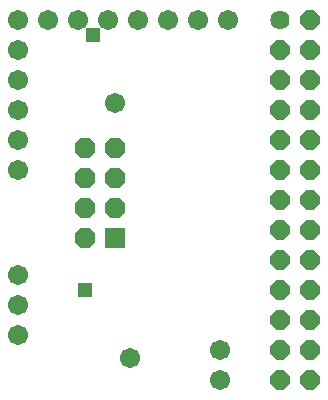
<source format=gbs>
G75*
%MOIN*%
%OFA0B0*%
%FSLAX24Y24*%
%IPPOS*%
%LPD*%
%AMOC8*
5,1,8,0,0,1.08239X$1,22.5*
%
%ADD10R,0.0680X0.0680*%
%ADD11OC8,0.0680*%
%ADD12C,0.0640*%
%ADD13OC8,0.0640*%
%ADD14C,0.0671*%
%ADD15R,0.0476X0.0476*%
D10*
X005180Y006430D03*
D11*
X005180Y007430D03*
X005180Y008430D03*
X005180Y009430D03*
X004180Y009430D03*
X004180Y008430D03*
X004180Y007430D03*
X004180Y006430D03*
D12*
X010680Y013680D03*
D13*
X010680Y012680D03*
X010680Y011680D03*
X010680Y010680D03*
X010680Y009680D03*
X010680Y008680D03*
X010680Y007680D03*
X010680Y006680D03*
X010680Y005680D03*
X010680Y004680D03*
X010680Y003680D03*
X010680Y002680D03*
X010680Y001680D03*
X011680Y001680D03*
X011680Y002680D03*
X011680Y003680D03*
X011680Y004680D03*
X011680Y005680D03*
X011680Y006680D03*
X011680Y007680D03*
X011680Y008680D03*
X011680Y009680D03*
X011680Y010680D03*
X011680Y011680D03*
X011680Y012680D03*
X011680Y013680D03*
D14*
X001930Y003180D03*
X001930Y004180D03*
X001930Y005180D03*
X001930Y008680D03*
X001930Y009680D03*
X001930Y010680D03*
X001930Y011680D03*
X001930Y012680D03*
X001930Y013680D03*
X002930Y013680D03*
X003930Y013680D03*
X004930Y013680D03*
X005930Y013680D03*
X006930Y013680D03*
X007930Y013680D03*
X008930Y013680D03*
X005180Y010930D03*
X008680Y002680D03*
X008680Y001680D03*
X005680Y002430D03*
D15*
X004180Y004680D03*
X004430Y013180D03*
M02*

</source>
